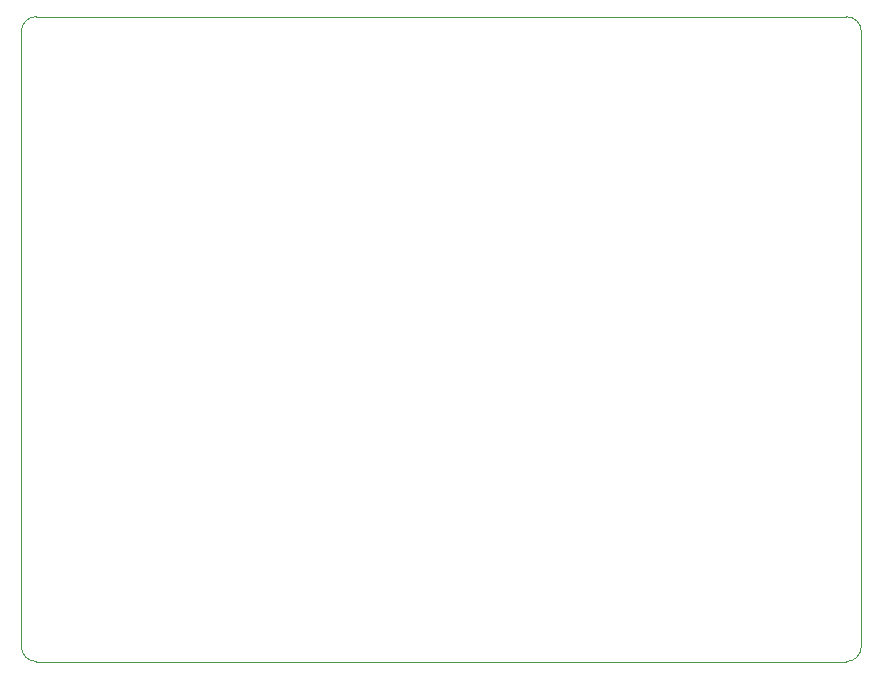
<source format=gbr>
%TF.GenerationSoftware,KiCad,Pcbnew,(5.1.7)-1*%
%TF.CreationDate,2020-10-24T11:29:13-04:00*%
%TF.ProjectId,example-keyboard,6578616d-706c-4652-9d6b-6579626f6172,rev?*%
%TF.SameCoordinates,Original*%
%TF.FileFunction,Profile,NP*%
%FSLAX46Y46*%
G04 Gerber Fmt 4.6, Leading zero omitted, Abs format (unit mm)*
G04 Created by KiCad (PCBNEW (5.1.7)-1) date 2020-10-24 11:29:13*
%MOMM*%
%LPD*%
G01*
G04 APERTURE LIST*
%TA.AperFunction,Profile*%
%ADD10C,0.050000*%
%TD*%
G04 APERTURE END LIST*
D10*
X130810000Y-46990000D02*
X133350000Y-46990000D01*
X130810000Y-101600000D02*
X133350000Y-101600000D01*
X134620000Y-48260000D02*
X134620000Y-100330000D01*
X64770000Y-46990000D02*
X130810000Y-46990000D01*
X63500000Y-100330000D02*
X63500000Y-48260000D01*
X130810000Y-101600000D02*
X64770000Y-101600000D01*
X133350000Y-46990000D02*
G75*
G02*
X134620000Y-48260000I0J-1270000D01*
G01*
X134620000Y-100330000D02*
G75*
G02*
X133350000Y-101600000I-1270000J0D01*
G01*
X64770000Y-101600000D02*
G75*
G02*
X63500000Y-100330000I0J1270000D01*
G01*
X63500000Y-48260000D02*
G75*
G02*
X64770000Y-46990000I1270000J0D01*
G01*
M02*

</source>
